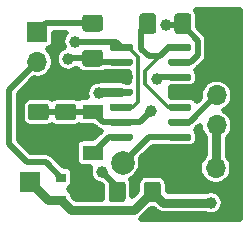
<source format=gtl>
G04 #@! TF.GenerationSoftware,KiCad,Pcbnew,(5.1.6)-1*
G04 #@! TF.CreationDate,2021-07-12T15:37:41+03:00*
G04 #@! TF.ProjectId,detector,64657465-6374-46f7-922e-6b696361645f,rev?*
G04 #@! TF.SameCoordinates,Original*
G04 #@! TF.FileFunction,Copper,L1,Top*
G04 #@! TF.FilePolarity,Positive*
%FSLAX46Y46*%
G04 Gerber Fmt 4.6, Leading zero omitted, Abs format (unit mm)*
G04 Created by KiCad (PCBNEW (5.1.6)-1) date 2021-07-12 15:37:41*
%MOMM*%
%LPD*%
G01*
G04 APERTURE LIST*
G04 #@! TA.AperFunction,ComponentPad*
%ADD10O,1.700000X1.700000*%
G04 #@! TD*
G04 #@! TA.AperFunction,ComponentPad*
%ADD11R,1.700000X1.700000*%
G04 #@! TD*
G04 #@! TA.AperFunction,SMDPad,CuDef*
%ADD12R,0.900000X0.800000*%
G04 #@! TD*
G04 #@! TA.AperFunction,SMDPad,CuDef*
%ADD13R,1.700000X1.300000*%
G04 #@! TD*
G04 #@! TA.AperFunction,ComponentPad*
%ADD14C,2.000000*%
G04 #@! TD*
G04 #@! TA.AperFunction,ViaPad*
%ADD15C,1.000000*%
G04 #@! TD*
G04 #@! TA.AperFunction,Conductor*
%ADD16C,0.770000*%
G04 #@! TD*
G04 #@! TA.AperFunction,Conductor*
%ADD17C,0.500000*%
G04 #@! TD*
G04 #@! TA.AperFunction,Conductor*
%ADD18C,0.300000*%
G04 #@! TD*
G04 #@! TA.AperFunction,Conductor*
%ADD19C,0.550000*%
G04 #@! TD*
G04 APERTURE END LIST*
G04 #@! TA.AperFunction,SMDPad,CuDef*
G36*
G01*
X33800000Y-24940000D02*
X33800000Y-24640000D01*
G75*
G02*
X33950000Y-24490000I150000J0D01*
G01*
X35600000Y-24490000D01*
G75*
G02*
X35750000Y-24640000I0J-150000D01*
G01*
X35750000Y-24940000D01*
G75*
G02*
X35600000Y-25090000I-150000J0D01*
G01*
X33950000Y-25090000D01*
G75*
G02*
X33800000Y-24940000I0J150000D01*
G01*
G37*
G04 #@! TD.AperFunction*
G04 #@! TA.AperFunction,SMDPad,CuDef*
G36*
G01*
X33800000Y-26210000D02*
X33800000Y-25910000D01*
G75*
G02*
X33950000Y-25760000I150000J0D01*
G01*
X35600000Y-25760000D01*
G75*
G02*
X35750000Y-25910000I0J-150000D01*
G01*
X35750000Y-26210000D01*
G75*
G02*
X35600000Y-26360000I-150000J0D01*
G01*
X33950000Y-26360000D01*
G75*
G02*
X33800000Y-26210000I0J150000D01*
G01*
G37*
G04 #@! TD.AperFunction*
G04 #@! TA.AperFunction,SMDPad,CuDef*
G36*
G01*
X33800000Y-27480000D02*
X33800000Y-27180000D01*
G75*
G02*
X33950000Y-27030000I150000J0D01*
G01*
X35600000Y-27030000D01*
G75*
G02*
X35750000Y-27180000I0J-150000D01*
G01*
X35750000Y-27480000D01*
G75*
G02*
X35600000Y-27630000I-150000J0D01*
G01*
X33950000Y-27630000D01*
G75*
G02*
X33800000Y-27480000I0J150000D01*
G01*
G37*
G04 #@! TD.AperFunction*
G04 #@! TA.AperFunction,SMDPad,CuDef*
G36*
G01*
X33800000Y-28750000D02*
X33800000Y-28450000D01*
G75*
G02*
X33950000Y-28300000I150000J0D01*
G01*
X35600000Y-28300000D01*
G75*
G02*
X35750000Y-28450000I0J-150000D01*
G01*
X35750000Y-28750000D01*
G75*
G02*
X35600000Y-28900000I-150000J0D01*
G01*
X33950000Y-28900000D01*
G75*
G02*
X33800000Y-28750000I0J150000D01*
G01*
G37*
G04 #@! TD.AperFunction*
G04 #@! TA.AperFunction,SMDPad,CuDef*
G36*
G01*
X33800000Y-30020000D02*
X33800000Y-29720000D01*
G75*
G02*
X33950000Y-29570000I150000J0D01*
G01*
X35600000Y-29570000D01*
G75*
G02*
X35750000Y-29720000I0J-150000D01*
G01*
X35750000Y-30020000D01*
G75*
G02*
X35600000Y-30170000I-150000J0D01*
G01*
X33950000Y-30170000D01*
G75*
G02*
X33800000Y-30020000I0J150000D01*
G01*
G37*
G04 #@! TD.AperFunction*
G04 #@! TA.AperFunction,SMDPad,CuDef*
G36*
G01*
X33800000Y-31290000D02*
X33800000Y-30990000D01*
G75*
G02*
X33950000Y-30840000I150000J0D01*
G01*
X35600000Y-30840000D01*
G75*
G02*
X35750000Y-30990000I0J-150000D01*
G01*
X35750000Y-31290000D01*
G75*
G02*
X35600000Y-31440000I-150000J0D01*
G01*
X33950000Y-31440000D01*
G75*
G02*
X33800000Y-31290000I0J150000D01*
G01*
G37*
G04 #@! TD.AperFunction*
G04 #@! TA.AperFunction,SMDPad,CuDef*
G36*
G01*
X33800000Y-32560000D02*
X33800000Y-32260000D01*
G75*
G02*
X33950000Y-32110000I150000J0D01*
G01*
X35600000Y-32110000D01*
G75*
G02*
X35750000Y-32260000I0J-150000D01*
G01*
X35750000Y-32560000D01*
G75*
G02*
X35600000Y-32710000I-150000J0D01*
G01*
X33950000Y-32710000D01*
G75*
G02*
X33800000Y-32560000I0J150000D01*
G01*
G37*
G04 #@! TD.AperFunction*
G04 #@! TA.AperFunction,SMDPad,CuDef*
G36*
G01*
X28850000Y-32560000D02*
X28850000Y-32260000D01*
G75*
G02*
X29000000Y-32110000I150000J0D01*
G01*
X30650000Y-32110000D01*
G75*
G02*
X30800000Y-32260000I0J-150000D01*
G01*
X30800000Y-32560000D01*
G75*
G02*
X30650000Y-32710000I-150000J0D01*
G01*
X29000000Y-32710000D01*
G75*
G02*
X28850000Y-32560000I0J150000D01*
G01*
G37*
G04 #@! TD.AperFunction*
G04 #@! TA.AperFunction,SMDPad,CuDef*
G36*
G01*
X28850000Y-31290000D02*
X28850000Y-30990000D01*
G75*
G02*
X29000000Y-30840000I150000J0D01*
G01*
X30650000Y-30840000D01*
G75*
G02*
X30800000Y-30990000I0J-150000D01*
G01*
X30800000Y-31290000D01*
G75*
G02*
X30650000Y-31440000I-150000J0D01*
G01*
X29000000Y-31440000D01*
G75*
G02*
X28850000Y-31290000I0J150000D01*
G01*
G37*
G04 #@! TD.AperFunction*
G04 #@! TA.AperFunction,SMDPad,CuDef*
G36*
G01*
X28850000Y-30020000D02*
X28850000Y-29720000D01*
G75*
G02*
X29000000Y-29570000I150000J0D01*
G01*
X30650000Y-29570000D01*
G75*
G02*
X30800000Y-29720000I0J-150000D01*
G01*
X30800000Y-30020000D01*
G75*
G02*
X30650000Y-30170000I-150000J0D01*
G01*
X29000000Y-30170000D01*
G75*
G02*
X28850000Y-30020000I0J150000D01*
G01*
G37*
G04 #@! TD.AperFunction*
G04 #@! TA.AperFunction,SMDPad,CuDef*
G36*
G01*
X28850000Y-28750000D02*
X28850000Y-28450000D01*
G75*
G02*
X29000000Y-28300000I150000J0D01*
G01*
X30650000Y-28300000D01*
G75*
G02*
X30800000Y-28450000I0J-150000D01*
G01*
X30800000Y-28750000D01*
G75*
G02*
X30650000Y-28900000I-150000J0D01*
G01*
X29000000Y-28900000D01*
G75*
G02*
X28850000Y-28750000I0J150000D01*
G01*
G37*
G04 #@! TD.AperFunction*
G04 #@! TA.AperFunction,SMDPad,CuDef*
G36*
G01*
X28850000Y-27480000D02*
X28850000Y-27180000D01*
G75*
G02*
X29000000Y-27030000I150000J0D01*
G01*
X30650000Y-27030000D01*
G75*
G02*
X30800000Y-27180000I0J-150000D01*
G01*
X30800000Y-27480000D01*
G75*
G02*
X30650000Y-27630000I-150000J0D01*
G01*
X29000000Y-27630000D01*
G75*
G02*
X28850000Y-27480000I0J150000D01*
G01*
G37*
G04 #@! TD.AperFunction*
G04 #@! TA.AperFunction,SMDPad,CuDef*
G36*
G01*
X28850000Y-26210000D02*
X28850000Y-25910000D01*
G75*
G02*
X29000000Y-25760000I150000J0D01*
G01*
X30650000Y-25760000D01*
G75*
G02*
X30800000Y-25910000I0J-150000D01*
G01*
X30800000Y-26210000D01*
G75*
G02*
X30650000Y-26360000I-150000J0D01*
G01*
X29000000Y-26360000D01*
G75*
G02*
X28850000Y-26210000I0J150000D01*
G01*
G37*
G04 #@! TD.AperFunction*
G04 #@! TA.AperFunction,SMDPad,CuDef*
G36*
G01*
X28850000Y-24940000D02*
X28850000Y-24640000D01*
G75*
G02*
X29000000Y-24490000I150000J0D01*
G01*
X30650000Y-24490000D01*
G75*
G02*
X30800000Y-24640000I0J-150000D01*
G01*
X30800000Y-24940000D01*
G75*
G02*
X30650000Y-25090000I-150000J0D01*
G01*
X29000000Y-25090000D01*
G75*
G02*
X28850000Y-24940000I0J150000D01*
G01*
G37*
G04 #@! TD.AperFunction*
D10*
X37900000Y-31430000D03*
X37900000Y-28890000D03*
D11*
X37900000Y-26350000D03*
D12*
X26750000Y-36800000D03*
X24750000Y-37750000D03*
X24750000Y-35850000D03*
D10*
X22710000Y-26030000D03*
D11*
X22710000Y-23490000D03*
G04 #@! TA.AperFunction,SMDPad,CuDef*
G36*
G01*
X30195000Y-36425000D02*
X30195000Y-37675000D01*
G75*
G02*
X29945000Y-37925000I-250000J0D01*
G01*
X29020000Y-37925000D01*
G75*
G02*
X28770000Y-37675000I0J250000D01*
G01*
X28770000Y-36425000D01*
G75*
G02*
X29020000Y-36175000I250000J0D01*
G01*
X29945000Y-36175000D01*
G75*
G02*
X30195000Y-36425000I0J-250000D01*
G01*
G37*
G04 #@! TD.AperFunction*
G04 #@! TA.AperFunction,SMDPad,CuDef*
G36*
G01*
X33170000Y-36425000D02*
X33170000Y-37675000D01*
G75*
G02*
X32920000Y-37925000I-250000J0D01*
G01*
X31995000Y-37925000D01*
G75*
G02*
X31745000Y-37675000I0J250000D01*
G01*
X31745000Y-36425000D01*
G75*
G02*
X31995000Y-36175000I250000J0D01*
G01*
X32920000Y-36175000D01*
G75*
G02*
X33170000Y-36425000I0J-250000D01*
G01*
G37*
G04 #@! TD.AperFunction*
X22100000Y-36210000D03*
D13*
X27410000Y-33750000D03*
X27410000Y-30250000D03*
G04 #@! TA.AperFunction,SMDPad,CuDef*
G36*
G01*
X34335000Y-23425000D02*
X34335000Y-22175000D01*
G75*
G02*
X34585000Y-21925000I250000J0D01*
G01*
X35510000Y-21925000D01*
G75*
G02*
X35760000Y-22175000I0J-250000D01*
G01*
X35760000Y-23425000D01*
G75*
G02*
X35510000Y-23675000I-250000J0D01*
G01*
X34585000Y-23675000D01*
G75*
G02*
X34335000Y-23425000I0J250000D01*
G01*
G37*
G04 #@! TD.AperFunction*
G04 #@! TA.AperFunction,SMDPad,CuDef*
G36*
G01*
X31360000Y-23425000D02*
X31360000Y-22175000D01*
G75*
G02*
X31610000Y-21925000I250000J0D01*
G01*
X32535000Y-21925000D01*
G75*
G02*
X32785000Y-22175000I0J-250000D01*
G01*
X32785000Y-23425000D01*
G75*
G02*
X32535000Y-23675000I-250000J0D01*
G01*
X31610000Y-23675000D01*
G75*
G02*
X31360000Y-23425000I0J250000D01*
G01*
G37*
G04 #@! TD.AperFunction*
G04 #@! TA.AperFunction,SMDPad,CuDef*
G36*
G01*
X24495000Y-32555000D02*
X25745000Y-32555000D01*
G75*
G02*
X25995000Y-32805000I0J-250000D01*
G01*
X25995000Y-33730000D01*
G75*
G02*
X25745000Y-33980000I-250000J0D01*
G01*
X24495000Y-33980000D01*
G75*
G02*
X24245000Y-33730000I0J250000D01*
G01*
X24245000Y-32805000D01*
G75*
G02*
X24495000Y-32555000I250000J0D01*
G01*
G37*
G04 #@! TD.AperFunction*
G04 #@! TA.AperFunction,SMDPad,CuDef*
G36*
G01*
X24495000Y-29580000D02*
X25745000Y-29580000D01*
G75*
G02*
X25995000Y-29830000I0J-250000D01*
G01*
X25995000Y-30755000D01*
G75*
G02*
X25745000Y-31005000I-250000J0D01*
G01*
X24495000Y-31005000D01*
G75*
G02*
X24245000Y-30755000I0J250000D01*
G01*
X24245000Y-29830000D01*
G75*
G02*
X24495000Y-29580000I250000J0D01*
G01*
G37*
G04 #@! TD.AperFunction*
G04 #@! TA.AperFunction,SMDPad,CuDef*
G36*
G01*
X28025000Y-23475000D02*
X26775000Y-23475000D01*
G75*
G02*
X26525000Y-23225000I0J250000D01*
G01*
X26525000Y-22300000D01*
G75*
G02*
X26775000Y-22050000I250000J0D01*
G01*
X28025000Y-22050000D01*
G75*
G02*
X28275000Y-22300000I0J-250000D01*
G01*
X28275000Y-23225000D01*
G75*
G02*
X28025000Y-23475000I-250000J0D01*
G01*
G37*
G04 #@! TD.AperFunction*
G04 #@! TA.AperFunction,SMDPad,CuDef*
G36*
G01*
X28025000Y-26450000D02*
X26775000Y-26450000D01*
G75*
G02*
X26525000Y-26200000I0J250000D01*
G01*
X26525000Y-25275000D01*
G75*
G02*
X26775000Y-25025000I250000J0D01*
G01*
X28025000Y-25025000D01*
G75*
G02*
X28275000Y-25275000I0J-250000D01*
G01*
X28275000Y-26200000D01*
G75*
G02*
X28025000Y-26450000I-250000J0D01*
G01*
G37*
G04 #@! TD.AperFunction*
D10*
X37820000Y-35050000D03*
D11*
X35280000Y-35050000D03*
G04 #@! TA.AperFunction,SMDPad,CuDef*
G36*
G01*
X22185000Y-32545000D02*
X23435000Y-32545000D01*
G75*
G02*
X23685000Y-32795000I0J-250000D01*
G01*
X23685000Y-33720000D01*
G75*
G02*
X23435000Y-33970000I-250000J0D01*
G01*
X22185000Y-33970000D01*
G75*
G02*
X21935000Y-33720000I0J250000D01*
G01*
X21935000Y-32795000D01*
G75*
G02*
X22185000Y-32545000I250000J0D01*
G01*
G37*
G04 #@! TD.AperFunction*
G04 #@! TA.AperFunction,SMDPad,CuDef*
G36*
G01*
X22185000Y-29570000D02*
X23435000Y-29570000D01*
G75*
G02*
X23685000Y-29820000I0J-250000D01*
G01*
X23685000Y-30745000D01*
G75*
G02*
X23435000Y-30995000I-250000J0D01*
G01*
X22185000Y-30995000D01*
G75*
G02*
X21935000Y-30745000I0J250000D01*
G01*
X21935000Y-29820000D01*
G75*
G02*
X22185000Y-29570000I250000J0D01*
G01*
G37*
G04 #@! TD.AperFunction*
D14*
X26160000Y-27988207D03*
X29960000Y-34570000D03*
D15*
X32350000Y-30180000D03*
X32830000Y-27490000D03*
X27960028Y-28699972D03*
X25350000Y-25810000D03*
X25910000Y-24320000D03*
X33610000Y-22960000D03*
X37420000Y-37970000D03*
X28220000Y-35370000D03*
D16*
X26838207Y-27310000D02*
X26160000Y-27988207D01*
X29825000Y-27310000D02*
X26838207Y-27310000D01*
X37880000Y-26550000D02*
X37880000Y-26340000D01*
X34775000Y-28580000D02*
X35850000Y-28580000D01*
X35850000Y-28580000D02*
X37880000Y-26550000D01*
X22694487Y-27988207D02*
X26160000Y-27988207D01*
X21249990Y-29432704D02*
X22694487Y-27988207D01*
X22810000Y-33257500D02*
X21249990Y-31697490D01*
X21249990Y-31697490D02*
X21249990Y-29432704D01*
X37880000Y-26340000D02*
X39700000Y-28160000D01*
X36815001Y-36585001D02*
X35280000Y-35050000D01*
X38556801Y-36585001D02*
X36815001Y-36585001D01*
X39700000Y-35441802D02*
X38556801Y-36585001D01*
X39700000Y-28160000D02*
X39700000Y-35441802D01*
X25120000Y-33760000D02*
X25120000Y-33267500D01*
X25110000Y-33257500D02*
X25120000Y-33267500D01*
X22810000Y-33257500D02*
X25110000Y-33257500D01*
X26750000Y-35610000D02*
X26750000Y-36800000D01*
X25120000Y-33980000D02*
X26750000Y-35610000D01*
X25120000Y-33267500D02*
X25120000Y-33980000D01*
D17*
X32140000Y-32390000D02*
X29960000Y-34570000D01*
X34775000Y-32390000D02*
X32140000Y-32390000D01*
X28280000Y-31120000D02*
X27410000Y-30250000D01*
X29825000Y-31120000D02*
X28280000Y-31120000D01*
X27367500Y-30292500D02*
X27410000Y-30250000D01*
X25120000Y-30292500D02*
X27367500Y-30292500D01*
X22820000Y-30292500D02*
X22810000Y-30282500D01*
X25120000Y-30292500D02*
X22820000Y-30292500D01*
X29825000Y-31120000D02*
X31410000Y-31120000D01*
X31410000Y-31120000D02*
X32350000Y-30180000D01*
X33010000Y-27310000D02*
X32830000Y-27490000D01*
X34775000Y-27310000D02*
X33010000Y-27310000D01*
X28770000Y-32390000D02*
X27410000Y-33750000D01*
X29825000Y-32390000D02*
X28770000Y-32390000D01*
X23437500Y-22762500D02*
X27400000Y-22762500D01*
X22710000Y-23490000D02*
X23437500Y-22762500D01*
X37820000Y-31480000D02*
X37880000Y-31420000D01*
X37880000Y-34240000D02*
X37820000Y-34300000D01*
D16*
X37880000Y-31420000D02*
X37880000Y-34240000D01*
X28080000Y-28580000D02*
X27960028Y-28699972D01*
X29825000Y-28580000D02*
X28080000Y-28580000D01*
D17*
X35640000Y-31120000D02*
X34775000Y-31120000D01*
X37880000Y-28880000D02*
X35640000Y-31120000D01*
X27702500Y-26040000D02*
X27400000Y-25737500D01*
X29825000Y-26040000D02*
X27702500Y-26040000D01*
X27400000Y-25737500D02*
X25422500Y-25737500D01*
X25422500Y-25737500D02*
X25350000Y-25810000D01*
X29825000Y-24770000D02*
X29375000Y-24320000D01*
X29375000Y-24320000D02*
X25910000Y-24320000D01*
D18*
X31250010Y-29399990D02*
X30800000Y-29850000D01*
X30378544Y-24770000D02*
X31250010Y-25641466D01*
X29825000Y-24770000D02*
X30378544Y-24770000D01*
X31250010Y-25641466D02*
X31250010Y-29399990D01*
X30800000Y-29850000D02*
X29825000Y-29850000D01*
D17*
X35750000Y-26040000D02*
X36300010Y-25489990D01*
X36300010Y-24242152D02*
X35017858Y-22960000D01*
X34775000Y-26040000D02*
X35750000Y-26040000D01*
X36300010Y-25489990D02*
X36300010Y-24242152D01*
X35017858Y-22960000D02*
X33610000Y-22960000D01*
X33800000Y-24770000D02*
X34775000Y-24770000D01*
X32165092Y-25566583D02*
X33073735Y-25566583D01*
X31514805Y-24916296D02*
X32165092Y-25566583D01*
X31514805Y-23357695D02*
X31514805Y-24916296D01*
D18*
X31850031Y-27900031D02*
X33800000Y-29850000D01*
X33800000Y-24901613D02*
X31850031Y-26851582D01*
D17*
X33073735Y-25566583D02*
X33800000Y-24840318D01*
X32072500Y-22800000D02*
X31514805Y-23357695D01*
X33800000Y-24840318D02*
X33800000Y-24770000D01*
D18*
X33800000Y-24770000D02*
X33800000Y-24901613D01*
X31850031Y-26851582D02*
X31850031Y-27900031D01*
X33800000Y-29850000D02*
X34775000Y-29850000D01*
D16*
X22390000Y-36500000D02*
X22100000Y-36210000D01*
X32457500Y-37050000D02*
X33377500Y-37970000D01*
X33377500Y-37970000D02*
X37420000Y-37970000D01*
X23640000Y-37750000D02*
X22100000Y-36210000D01*
X24750000Y-37750000D02*
X23640000Y-37750000D01*
X25610010Y-38610010D02*
X24750000Y-37750000D01*
X30897490Y-38610010D02*
X32457500Y-37050000D01*
X30897490Y-38610010D02*
X25610010Y-38610010D01*
D17*
X29482500Y-36632500D02*
X28220000Y-35370000D01*
X29482500Y-37050000D02*
X29482500Y-36632500D01*
X20314980Y-28425020D02*
X22710000Y-26030000D01*
X20314980Y-32981368D02*
X20314980Y-28425020D01*
X23420010Y-34520010D02*
X24750000Y-35850000D01*
X21853622Y-34520010D02*
X23420010Y-34520010D01*
X20314980Y-32981368D02*
X21853622Y-34520010D01*
D19*
G36*
X39875001Y-39375000D02*
G01*
X31478604Y-39375000D01*
X31579597Y-39292117D01*
X31609665Y-39255479D01*
X32362363Y-38502782D01*
X32552637Y-38502782D01*
X32665329Y-38615474D01*
X32695393Y-38652107D01*
X32732025Y-38682170D01*
X32841571Y-38772073D01*
X32899663Y-38803124D01*
X33008346Y-38861216D01*
X33189307Y-38916110D01*
X33330338Y-38930000D01*
X33330347Y-38930000D01*
X33377499Y-38934644D01*
X33424651Y-38930000D01*
X36928537Y-38930000D01*
X37106434Y-39003688D01*
X37314122Y-39045000D01*
X37525878Y-39045000D01*
X37733566Y-39003688D01*
X37929203Y-38922652D01*
X38105272Y-38805007D01*
X38255007Y-38655272D01*
X38372652Y-38479203D01*
X38453688Y-38283566D01*
X38495000Y-38075878D01*
X38495000Y-37864122D01*
X38453688Y-37656434D01*
X38372652Y-37460797D01*
X38255007Y-37284728D01*
X38105272Y-37134993D01*
X37929203Y-37017348D01*
X37733566Y-36936312D01*
X37525878Y-36895000D01*
X37314122Y-36895000D01*
X37106434Y-36936312D01*
X36928537Y-37010000D01*
X33775145Y-37010000D01*
X33747782Y-36982637D01*
X33747782Y-36425000D01*
X33731876Y-36263508D01*
X33684771Y-36108222D01*
X33608276Y-35965109D01*
X33505330Y-35839670D01*
X33379891Y-35736724D01*
X33236778Y-35660229D01*
X33081492Y-35613124D01*
X32920000Y-35597218D01*
X31995000Y-35597218D01*
X31833508Y-35613124D01*
X31678222Y-35660229D01*
X31535109Y-35736724D01*
X31409670Y-35839670D01*
X31306724Y-35965109D01*
X31230229Y-36108222D01*
X31183124Y-36263508D01*
X31167218Y-36425000D01*
X31167218Y-36982637D01*
X30772782Y-37377074D01*
X30772782Y-36425000D01*
X30756876Y-36263508D01*
X30709771Y-36108222D01*
X30646745Y-35990309D01*
X30706042Y-35965747D01*
X30964004Y-35793383D01*
X31183383Y-35574004D01*
X31355747Y-35316042D01*
X31474474Y-35029411D01*
X31535000Y-34725124D01*
X31535000Y-34414876D01*
X31493000Y-34203726D01*
X32481727Y-33215000D01*
X33638969Y-33215000D01*
X33671490Y-33232383D01*
X33808017Y-33273798D01*
X33950000Y-33287782D01*
X35600000Y-33287782D01*
X35741983Y-33273798D01*
X35878510Y-33232383D01*
X36004334Y-33165129D01*
X36114620Y-33074620D01*
X36205129Y-32964334D01*
X36272383Y-32838510D01*
X36313798Y-32701983D01*
X36327782Y-32560000D01*
X36327782Y-32260000D01*
X36313798Y-32118017D01*
X36272383Y-31981490D01*
X36205129Y-31855666D01*
X36140299Y-31776670D01*
X36226185Y-31706185D01*
X36252021Y-31674704D01*
X36475000Y-31451725D01*
X36475000Y-31570350D01*
X36529762Y-31845657D01*
X36637181Y-32104991D01*
X36793130Y-32338385D01*
X36920000Y-32465255D01*
X36920001Y-33937527D01*
X36911615Y-33943130D01*
X36713130Y-34141615D01*
X36557181Y-34375009D01*
X36449762Y-34634343D01*
X36395000Y-34909650D01*
X36395000Y-35190350D01*
X36449762Y-35465657D01*
X36557181Y-35724991D01*
X36713130Y-35958385D01*
X36911615Y-36156870D01*
X37145009Y-36312819D01*
X37404343Y-36420238D01*
X37679650Y-36475000D01*
X37960350Y-36475000D01*
X38235657Y-36420238D01*
X38494991Y-36312819D01*
X38728385Y-36156870D01*
X38926870Y-35958385D01*
X39082819Y-35724991D01*
X39190238Y-35465657D01*
X39245000Y-35190350D01*
X39245000Y-34909650D01*
X39190238Y-34634343D01*
X39082819Y-34375009D01*
X38926870Y-34141615D01*
X38840000Y-34054745D01*
X38840000Y-32505255D01*
X39006870Y-32338385D01*
X39162819Y-32104991D01*
X39270238Y-31845657D01*
X39325000Y-31570350D01*
X39325000Y-31289650D01*
X39270238Y-31014343D01*
X39162819Y-30755009D01*
X39006870Y-30521615D01*
X38808385Y-30323130D01*
X38574991Y-30167181D01*
X38557654Y-30160000D01*
X38574991Y-30152819D01*
X38808385Y-29996870D01*
X39006870Y-29798385D01*
X39162819Y-29564991D01*
X39270238Y-29305657D01*
X39325000Y-29030350D01*
X39325000Y-28749650D01*
X39270238Y-28474343D01*
X39162819Y-28215009D01*
X39006870Y-27981615D01*
X38808385Y-27783130D01*
X38574991Y-27627181D01*
X38315657Y-27519762D01*
X38040350Y-27465000D01*
X37759650Y-27465000D01*
X37484343Y-27519762D01*
X37225009Y-27627181D01*
X36991615Y-27783130D01*
X36793130Y-27981615D01*
X36637181Y-28215009D01*
X36529762Y-28474343D01*
X36475000Y-28749650D01*
X36475000Y-29030350D01*
X36489588Y-29103687D01*
X36230375Y-29362899D01*
X36205129Y-29315666D01*
X36114620Y-29205380D01*
X36004334Y-29114871D01*
X35878510Y-29047617D01*
X35741983Y-29006202D01*
X35600000Y-28992218D01*
X34055000Y-28992218D01*
X34055000Y-28207782D01*
X35600000Y-28207782D01*
X35741983Y-28193798D01*
X35878510Y-28152383D01*
X36004334Y-28085129D01*
X36114620Y-27994620D01*
X36205129Y-27884334D01*
X36272383Y-27758510D01*
X36313798Y-27621983D01*
X36327782Y-27480000D01*
X36327782Y-27180000D01*
X36313798Y-27038017D01*
X36272383Y-26901490D01*
X36205129Y-26775666D01*
X36180326Y-26745443D01*
X36210563Y-26729281D01*
X36336185Y-26626185D01*
X36362020Y-26594705D01*
X36854720Y-26102005D01*
X36886195Y-26076175D01*
X36989291Y-25950553D01*
X37064418Y-25810000D01*
X37065898Y-25807232D01*
X37113072Y-25651718D01*
X37124480Y-25535888D01*
X37125010Y-25530511D01*
X37125010Y-25530510D01*
X37129001Y-25489990D01*
X37125010Y-25449469D01*
X37125010Y-24282665D01*
X37129000Y-24242152D01*
X37125010Y-24201639D01*
X37125010Y-24201631D01*
X37113072Y-24080424D01*
X37101263Y-24041494D01*
X37065898Y-23924910D01*
X37030902Y-23859438D01*
X36989291Y-23781589D01*
X36886195Y-23655967D01*
X36854720Y-23630136D01*
X36337782Y-23113198D01*
X36337782Y-22175000D01*
X36321876Y-22013508D01*
X36274771Y-21858222D01*
X36198276Y-21715109D01*
X36124325Y-21625000D01*
X39875000Y-21625000D01*
X39875001Y-39375000D01*
G37*
X39875001Y-39375000D02*
X31478604Y-39375000D01*
X31579597Y-39292117D01*
X31609665Y-39255479D01*
X32362363Y-38502782D01*
X32552637Y-38502782D01*
X32665329Y-38615474D01*
X32695393Y-38652107D01*
X32732025Y-38682170D01*
X32841571Y-38772073D01*
X32899663Y-38803124D01*
X33008346Y-38861216D01*
X33189307Y-38916110D01*
X33330338Y-38930000D01*
X33330347Y-38930000D01*
X33377499Y-38934644D01*
X33424651Y-38930000D01*
X36928537Y-38930000D01*
X37106434Y-39003688D01*
X37314122Y-39045000D01*
X37525878Y-39045000D01*
X37733566Y-39003688D01*
X37929203Y-38922652D01*
X38105272Y-38805007D01*
X38255007Y-38655272D01*
X38372652Y-38479203D01*
X38453688Y-38283566D01*
X38495000Y-38075878D01*
X38495000Y-37864122D01*
X38453688Y-37656434D01*
X38372652Y-37460797D01*
X38255007Y-37284728D01*
X38105272Y-37134993D01*
X37929203Y-37017348D01*
X37733566Y-36936312D01*
X37525878Y-36895000D01*
X37314122Y-36895000D01*
X37106434Y-36936312D01*
X36928537Y-37010000D01*
X33775145Y-37010000D01*
X33747782Y-36982637D01*
X33747782Y-36425000D01*
X33731876Y-36263508D01*
X33684771Y-36108222D01*
X33608276Y-35965109D01*
X33505330Y-35839670D01*
X33379891Y-35736724D01*
X33236778Y-35660229D01*
X33081492Y-35613124D01*
X32920000Y-35597218D01*
X31995000Y-35597218D01*
X31833508Y-35613124D01*
X31678222Y-35660229D01*
X31535109Y-35736724D01*
X31409670Y-35839670D01*
X31306724Y-35965109D01*
X31230229Y-36108222D01*
X31183124Y-36263508D01*
X31167218Y-36425000D01*
X31167218Y-36982637D01*
X30772782Y-37377074D01*
X30772782Y-36425000D01*
X30756876Y-36263508D01*
X30709771Y-36108222D01*
X30646745Y-35990309D01*
X30706042Y-35965747D01*
X30964004Y-35793383D01*
X31183383Y-35574004D01*
X31355747Y-35316042D01*
X31474474Y-35029411D01*
X31535000Y-34725124D01*
X31535000Y-34414876D01*
X31493000Y-34203726D01*
X32481727Y-33215000D01*
X33638969Y-33215000D01*
X33671490Y-33232383D01*
X33808017Y-33273798D01*
X33950000Y-33287782D01*
X35600000Y-33287782D01*
X35741983Y-33273798D01*
X35878510Y-33232383D01*
X36004334Y-33165129D01*
X36114620Y-33074620D01*
X36205129Y-32964334D01*
X36272383Y-32838510D01*
X36313798Y-32701983D01*
X36327782Y-32560000D01*
X36327782Y-32260000D01*
X36313798Y-32118017D01*
X36272383Y-31981490D01*
X36205129Y-31855666D01*
X36140299Y-31776670D01*
X36226185Y-31706185D01*
X36252021Y-31674704D01*
X36475000Y-31451725D01*
X36475000Y-31570350D01*
X36529762Y-31845657D01*
X36637181Y-32104991D01*
X36793130Y-32338385D01*
X36920000Y-32465255D01*
X36920001Y-33937527D01*
X36911615Y-33943130D01*
X36713130Y-34141615D01*
X36557181Y-34375009D01*
X36449762Y-34634343D01*
X36395000Y-34909650D01*
X36395000Y-35190350D01*
X36449762Y-35465657D01*
X36557181Y-35724991D01*
X36713130Y-35958385D01*
X36911615Y-36156870D01*
X37145009Y-36312819D01*
X37404343Y-36420238D01*
X37679650Y-36475000D01*
X37960350Y-36475000D01*
X38235657Y-36420238D01*
X38494991Y-36312819D01*
X38728385Y-36156870D01*
X38926870Y-35958385D01*
X39082819Y-35724991D01*
X39190238Y-35465657D01*
X39245000Y-35190350D01*
X39245000Y-34909650D01*
X39190238Y-34634343D01*
X39082819Y-34375009D01*
X38926870Y-34141615D01*
X38840000Y-34054745D01*
X38840000Y-32505255D01*
X39006870Y-32338385D01*
X39162819Y-32104991D01*
X39270238Y-31845657D01*
X39325000Y-31570350D01*
X39325000Y-31289650D01*
X39270238Y-31014343D01*
X39162819Y-30755009D01*
X39006870Y-30521615D01*
X38808385Y-30323130D01*
X38574991Y-30167181D01*
X38557654Y-30160000D01*
X38574991Y-30152819D01*
X38808385Y-29996870D01*
X39006870Y-29798385D01*
X39162819Y-29564991D01*
X39270238Y-29305657D01*
X39325000Y-29030350D01*
X39325000Y-28749650D01*
X39270238Y-28474343D01*
X39162819Y-28215009D01*
X39006870Y-27981615D01*
X38808385Y-27783130D01*
X38574991Y-27627181D01*
X38315657Y-27519762D01*
X38040350Y-27465000D01*
X37759650Y-27465000D01*
X37484343Y-27519762D01*
X37225009Y-27627181D01*
X36991615Y-27783130D01*
X36793130Y-27981615D01*
X36637181Y-28215009D01*
X36529762Y-28474343D01*
X36475000Y-28749650D01*
X36475000Y-29030350D01*
X36489588Y-29103687D01*
X36230375Y-29362899D01*
X36205129Y-29315666D01*
X36114620Y-29205380D01*
X36004334Y-29114871D01*
X35878510Y-29047617D01*
X35741983Y-29006202D01*
X35600000Y-28992218D01*
X34055000Y-28992218D01*
X34055000Y-28207782D01*
X35600000Y-28207782D01*
X35741983Y-28193798D01*
X35878510Y-28152383D01*
X36004334Y-28085129D01*
X36114620Y-27994620D01*
X36205129Y-27884334D01*
X36272383Y-27758510D01*
X36313798Y-27621983D01*
X36327782Y-27480000D01*
X36327782Y-27180000D01*
X36313798Y-27038017D01*
X36272383Y-26901490D01*
X36205129Y-26775666D01*
X36180326Y-26745443D01*
X36210563Y-26729281D01*
X36336185Y-26626185D01*
X36362020Y-26594705D01*
X36854720Y-26102005D01*
X36886195Y-26076175D01*
X36989291Y-25950553D01*
X37064418Y-25810000D01*
X37065898Y-25807232D01*
X37113072Y-25651718D01*
X37124480Y-25535888D01*
X37125010Y-25530511D01*
X37125010Y-25530510D01*
X37129001Y-25489990D01*
X37125010Y-25449469D01*
X37125010Y-24282665D01*
X37129000Y-24242152D01*
X37125010Y-24201639D01*
X37125010Y-24201631D01*
X37113072Y-24080424D01*
X37101263Y-24041494D01*
X37065898Y-23924910D01*
X37030902Y-23859438D01*
X36989291Y-23781589D01*
X36886195Y-23655967D01*
X36854720Y-23630136D01*
X36337782Y-23113198D01*
X36337782Y-22175000D01*
X36321876Y-22013508D01*
X36274771Y-21858222D01*
X36198276Y-21715109D01*
X36124325Y-21625000D01*
X39875000Y-21625000D01*
X39875001Y-39375000D01*
G36*
X25074993Y-23634728D02*
G01*
X24957348Y-23810797D01*
X24876312Y-24006434D01*
X24835000Y-24214122D01*
X24835000Y-24425878D01*
X24876312Y-24633566D01*
X24950230Y-24812019D01*
X24840797Y-24857348D01*
X24664728Y-24974993D01*
X24514993Y-25124728D01*
X24397348Y-25300797D01*
X24316312Y-25496434D01*
X24275000Y-25704122D01*
X24275000Y-25915878D01*
X24316312Y-26123566D01*
X24397348Y-26319203D01*
X24514993Y-26495272D01*
X24664728Y-26645007D01*
X24840797Y-26762652D01*
X25036434Y-26843688D01*
X25244122Y-26885000D01*
X25455878Y-26885000D01*
X25663566Y-26843688D01*
X25859203Y-26762652D01*
X26035272Y-26645007D01*
X26063617Y-26616662D01*
X26086724Y-26659891D01*
X26189670Y-26785330D01*
X26315109Y-26888276D01*
X26458222Y-26964771D01*
X26613508Y-27011876D01*
X26775000Y-27027782D01*
X28025000Y-27027782D01*
X28186492Y-27011876D01*
X28341778Y-26964771D01*
X28484891Y-26888276D01*
X28513253Y-26865000D01*
X28688969Y-26865000D01*
X28721490Y-26882383D01*
X28858017Y-26923798D01*
X29000000Y-26937782D01*
X30525010Y-26937782D01*
X30525011Y-27722218D01*
X30256704Y-27722218D01*
X30194154Y-27688784D01*
X30013193Y-27633890D01*
X29872162Y-27620000D01*
X28127151Y-27620000D01*
X28079999Y-27615356D01*
X28032847Y-27620000D01*
X28032838Y-27620000D01*
X27982355Y-27624972D01*
X27854150Y-27624972D01*
X27646462Y-27666284D01*
X27450825Y-27747320D01*
X27274756Y-27864965D01*
X27125021Y-28014700D01*
X27007376Y-28190769D01*
X26926340Y-28386406D01*
X26885028Y-28594094D01*
X26885028Y-28805850D01*
X26926340Y-29013538D01*
X26929935Y-29022218D01*
X26560000Y-29022218D01*
X26447280Y-29033320D01*
X26338892Y-29066199D01*
X26239002Y-29119592D01*
X26208462Y-29144655D01*
X26204891Y-29141724D01*
X26061778Y-29065229D01*
X25906492Y-29018124D01*
X25745000Y-29002218D01*
X24495000Y-29002218D01*
X24333508Y-29018124D01*
X24178222Y-29065229D01*
X24035109Y-29141724D01*
X23971092Y-29194261D01*
X23894891Y-29131724D01*
X23751778Y-29055229D01*
X23596492Y-29008124D01*
X23435000Y-28992218D01*
X22185000Y-28992218D01*
X22023508Y-29008124D01*
X21868222Y-29055229D01*
X21725109Y-29131724D01*
X21599670Y-29234670D01*
X21496724Y-29360109D01*
X21420229Y-29503222D01*
X21373124Y-29658508D01*
X21357218Y-29820000D01*
X21357218Y-30745000D01*
X21373124Y-30906492D01*
X21420229Y-31061778D01*
X21496724Y-31204891D01*
X21599670Y-31330330D01*
X21725109Y-31433276D01*
X21868222Y-31509771D01*
X22023508Y-31556876D01*
X22185000Y-31572782D01*
X23435000Y-31572782D01*
X23596492Y-31556876D01*
X23751778Y-31509771D01*
X23894891Y-31433276D01*
X23958908Y-31380739D01*
X24035109Y-31443276D01*
X24178222Y-31519771D01*
X24333508Y-31566876D01*
X24495000Y-31582782D01*
X25745000Y-31582782D01*
X25906492Y-31566876D01*
X26061778Y-31519771D01*
X26204891Y-31443276D01*
X26264735Y-31394163D01*
X26338892Y-31433801D01*
X26447280Y-31466680D01*
X26560000Y-31477782D01*
X27471056Y-31477782D01*
X27667984Y-31674709D01*
X27693815Y-31706185D01*
X27819437Y-31809281D01*
X27912836Y-31859203D01*
X27962758Y-31885888D01*
X28073725Y-31919549D01*
X27471057Y-32522218D01*
X26560000Y-32522218D01*
X26447280Y-32533320D01*
X26338892Y-32566199D01*
X26239002Y-32619592D01*
X26151446Y-32691446D01*
X26079592Y-32779002D01*
X26026199Y-32878892D01*
X25993320Y-32987280D01*
X25982218Y-33100000D01*
X25982218Y-34400000D01*
X25993320Y-34512720D01*
X26026199Y-34621108D01*
X26079592Y-34720998D01*
X26151446Y-34808554D01*
X26239002Y-34880408D01*
X26338892Y-34933801D01*
X26447280Y-34966680D01*
X26560000Y-34977782D01*
X27218891Y-34977782D01*
X27186312Y-35056434D01*
X27145000Y-35264122D01*
X27145000Y-35475878D01*
X27186312Y-35683566D01*
X27267348Y-35879203D01*
X27384993Y-36055272D01*
X27534728Y-36205007D01*
X27710797Y-36322652D01*
X27906434Y-36403688D01*
X28114122Y-36445000D01*
X28128274Y-36445000D01*
X28192218Y-36508944D01*
X28192218Y-37650010D01*
X26007655Y-37650010D01*
X25777782Y-37420138D01*
X25777782Y-37350000D01*
X25766680Y-37237280D01*
X25733801Y-37128892D01*
X25680408Y-37029002D01*
X25608554Y-36941446D01*
X25520998Y-36869592D01*
X25421108Y-36816199D01*
X25367707Y-36800000D01*
X25421108Y-36783801D01*
X25520998Y-36730408D01*
X25608554Y-36658554D01*
X25680408Y-36570998D01*
X25733801Y-36471108D01*
X25766680Y-36362720D01*
X25777782Y-36250000D01*
X25777782Y-35450000D01*
X25766680Y-35337280D01*
X25733801Y-35228892D01*
X25680408Y-35129002D01*
X25608554Y-35041446D01*
X25520998Y-34969592D01*
X25421108Y-34916199D01*
X25312720Y-34883320D01*
X25200000Y-34872218D01*
X24938944Y-34872218D01*
X24032031Y-33965306D01*
X24006195Y-33933825D01*
X23880573Y-33830729D01*
X23737251Y-33754122D01*
X23581738Y-33706948D01*
X23460531Y-33695010D01*
X23460523Y-33695010D01*
X23420010Y-33691020D01*
X23379497Y-33695010D01*
X22195348Y-33695010D01*
X21139980Y-32639643D01*
X21139980Y-28766745D01*
X22471291Y-27435435D01*
X22569650Y-27455000D01*
X22850350Y-27455000D01*
X23125657Y-27400238D01*
X23384991Y-27292819D01*
X23618385Y-27136870D01*
X23816870Y-26938385D01*
X23972819Y-26704991D01*
X24080238Y-26445657D01*
X24135000Y-26170350D01*
X24135000Y-25889650D01*
X24080238Y-25614343D01*
X23972819Y-25355009D01*
X23816870Y-25121615D01*
X23618385Y-24923130D01*
X23603909Y-24913457D01*
X23672720Y-24906680D01*
X23781108Y-24873801D01*
X23880998Y-24820408D01*
X23968554Y-24748554D01*
X24040408Y-24660998D01*
X24093801Y-24561108D01*
X24126680Y-24452720D01*
X24137782Y-24340000D01*
X24137782Y-23587500D01*
X25122221Y-23587500D01*
X25074993Y-23634728D01*
G37*
X25074993Y-23634728D02*
X24957348Y-23810797D01*
X24876312Y-24006434D01*
X24835000Y-24214122D01*
X24835000Y-24425878D01*
X24876312Y-24633566D01*
X24950230Y-24812019D01*
X24840797Y-24857348D01*
X24664728Y-24974993D01*
X24514993Y-25124728D01*
X24397348Y-25300797D01*
X24316312Y-25496434D01*
X24275000Y-25704122D01*
X24275000Y-25915878D01*
X24316312Y-26123566D01*
X24397348Y-26319203D01*
X24514993Y-26495272D01*
X24664728Y-26645007D01*
X24840797Y-26762652D01*
X25036434Y-26843688D01*
X25244122Y-26885000D01*
X25455878Y-26885000D01*
X25663566Y-26843688D01*
X25859203Y-26762652D01*
X26035272Y-26645007D01*
X26063617Y-26616662D01*
X26086724Y-26659891D01*
X26189670Y-26785330D01*
X26315109Y-26888276D01*
X26458222Y-26964771D01*
X26613508Y-27011876D01*
X26775000Y-27027782D01*
X28025000Y-27027782D01*
X28186492Y-27011876D01*
X28341778Y-26964771D01*
X28484891Y-26888276D01*
X28513253Y-26865000D01*
X28688969Y-26865000D01*
X28721490Y-26882383D01*
X28858017Y-26923798D01*
X29000000Y-26937782D01*
X30525010Y-26937782D01*
X30525011Y-27722218D01*
X30256704Y-27722218D01*
X30194154Y-27688784D01*
X30013193Y-27633890D01*
X29872162Y-27620000D01*
X28127151Y-27620000D01*
X28079999Y-27615356D01*
X28032847Y-27620000D01*
X28032838Y-27620000D01*
X27982355Y-27624972D01*
X27854150Y-27624972D01*
X27646462Y-27666284D01*
X27450825Y-27747320D01*
X27274756Y-27864965D01*
X27125021Y-28014700D01*
X27007376Y-28190769D01*
X26926340Y-28386406D01*
X26885028Y-28594094D01*
X26885028Y-28805850D01*
X26926340Y-29013538D01*
X26929935Y-29022218D01*
X26560000Y-29022218D01*
X26447280Y-29033320D01*
X26338892Y-29066199D01*
X26239002Y-29119592D01*
X26208462Y-29144655D01*
X26204891Y-29141724D01*
X26061778Y-29065229D01*
X25906492Y-29018124D01*
X25745000Y-29002218D01*
X24495000Y-29002218D01*
X24333508Y-29018124D01*
X24178222Y-29065229D01*
X24035109Y-29141724D01*
X23971092Y-29194261D01*
X23894891Y-29131724D01*
X23751778Y-29055229D01*
X23596492Y-29008124D01*
X23435000Y-28992218D01*
X22185000Y-28992218D01*
X22023508Y-29008124D01*
X21868222Y-29055229D01*
X21725109Y-29131724D01*
X21599670Y-29234670D01*
X21496724Y-29360109D01*
X21420229Y-29503222D01*
X21373124Y-29658508D01*
X21357218Y-29820000D01*
X21357218Y-30745000D01*
X21373124Y-30906492D01*
X21420229Y-31061778D01*
X21496724Y-31204891D01*
X21599670Y-31330330D01*
X21725109Y-31433276D01*
X21868222Y-31509771D01*
X22023508Y-31556876D01*
X22185000Y-31572782D01*
X23435000Y-31572782D01*
X23596492Y-31556876D01*
X23751778Y-31509771D01*
X23894891Y-31433276D01*
X23958908Y-31380739D01*
X24035109Y-31443276D01*
X24178222Y-31519771D01*
X24333508Y-31566876D01*
X24495000Y-31582782D01*
X25745000Y-31582782D01*
X25906492Y-31566876D01*
X26061778Y-31519771D01*
X26204891Y-31443276D01*
X26264735Y-31394163D01*
X26338892Y-31433801D01*
X26447280Y-31466680D01*
X26560000Y-31477782D01*
X27471056Y-31477782D01*
X27667984Y-31674709D01*
X27693815Y-31706185D01*
X27819437Y-31809281D01*
X27912836Y-31859203D01*
X27962758Y-31885888D01*
X28073725Y-31919549D01*
X27471057Y-32522218D01*
X26560000Y-32522218D01*
X26447280Y-32533320D01*
X26338892Y-32566199D01*
X26239002Y-32619592D01*
X26151446Y-32691446D01*
X26079592Y-32779002D01*
X26026199Y-32878892D01*
X25993320Y-32987280D01*
X25982218Y-33100000D01*
X25982218Y-34400000D01*
X25993320Y-34512720D01*
X26026199Y-34621108D01*
X26079592Y-34720998D01*
X26151446Y-34808554D01*
X26239002Y-34880408D01*
X26338892Y-34933801D01*
X26447280Y-34966680D01*
X26560000Y-34977782D01*
X27218891Y-34977782D01*
X27186312Y-35056434D01*
X27145000Y-35264122D01*
X27145000Y-35475878D01*
X27186312Y-35683566D01*
X27267348Y-35879203D01*
X27384993Y-36055272D01*
X27534728Y-36205007D01*
X27710797Y-36322652D01*
X27906434Y-36403688D01*
X28114122Y-36445000D01*
X28128274Y-36445000D01*
X28192218Y-36508944D01*
X28192218Y-37650010D01*
X26007655Y-37650010D01*
X25777782Y-37420138D01*
X25777782Y-37350000D01*
X25766680Y-37237280D01*
X25733801Y-37128892D01*
X25680408Y-37029002D01*
X25608554Y-36941446D01*
X25520998Y-36869592D01*
X25421108Y-36816199D01*
X25367707Y-36800000D01*
X25421108Y-36783801D01*
X25520998Y-36730408D01*
X25608554Y-36658554D01*
X25680408Y-36570998D01*
X25733801Y-36471108D01*
X25766680Y-36362720D01*
X25777782Y-36250000D01*
X25777782Y-35450000D01*
X25766680Y-35337280D01*
X25733801Y-35228892D01*
X25680408Y-35129002D01*
X25608554Y-35041446D01*
X25520998Y-34969592D01*
X25421108Y-34916199D01*
X25312720Y-34883320D01*
X25200000Y-34872218D01*
X24938944Y-34872218D01*
X24032031Y-33965306D01*
X24006195Y-33933825D01*
X23880573Y-33830729D01*
X23737251Y-33754122D01*
X23581738Y-33706948D01*
X23460531Y-33695010D01*
X23460523Y-33695010D01*
X23420010Y-33691020D01*
X23379497Y-33695010D01*
X22195348Y-33695010D01*
X21139980Y-32639643D01*
X21139980Y-28766745D01*
X22471291Y-27435435D01*
X22569650Y-27455000D01*
X22850350Y-27455000D01*
X23125657Y-27400238D01*
X23384991Y-27292819D01*
X23618385Y-27136870D01*
X23816870Y-26938385D01*
X23972819Y-26704991D01*
X24080238Y-26445657D01*
X24135000Y-26170350D01*
X24135000Y-25889650D01*
X24080238Y-25614343D01*
X23972819Y-25355009D01*
X23816870Y-25121615D01*
X23618385Y-24923130D01*
X23603909Y-24913457D01*
X23672720Y-24906680D01*
X23781108Y-24873801D01*
X23880998Y-24820408D01*
X23968554Y-24748554D01*
X24040408Y-24660998D01*
X24093801Y-24561108D01*
X24126680Y-24452720D01*
X24137782Y-24340000D01*
X24137782Y-23587500D01*
X25122221Y-23587500D01*
X25074993Y-23634728D01*
M02*

</source>
